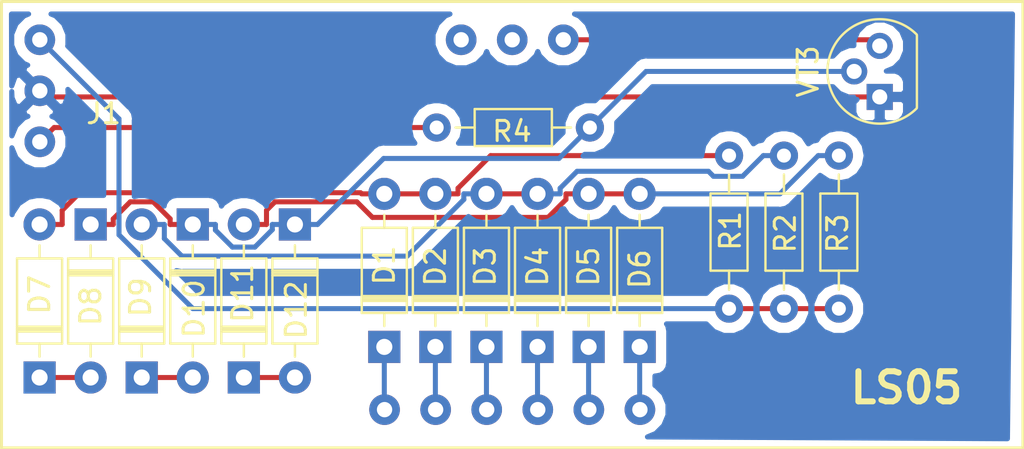
<source format=kicad_pcb>
(kicad_pcb (version 20171130) (host pcbnew "(5.0.0)")

  (general
    (thickness 1.6)
    (drawings 1)
    (tracks 87)
    (zones 0)
    (modules 18)
    (nets 18)
  )

  (page A4)
  (layers
    (0 F.Cu signal)
    (31 B.Cu signal)
    (32 B.Adhes user)
    (33 F.Adhes user)
    (34 B.Paste user)
    (35 F.Paste user)
    (36 B.SilkS user)
    (37 F.SilkS user)
    (38 B.Mask user)
    (39 F.Mask user)
    (40 Dwgs.User user)
    (41 Cmts.User user)
    (42 Eco1.User user)
    (43 Eco2.User user)
    (44 Edge.Cuts user)
    (45 Margin user)
    (46 B.CrtYd user)
    (47 F.CrtYd user)
    (48 B.Fab user)
    (49 F.Fab user)
  )

  (setup
    (last_trace_width 0.25)
    (trace_clearance 0.2)
    (zone_clearance 0.508)
    (zone_45_only no)
    (trace_min 0.2)
    (segment_width 0.2)
    (edge_width 0.1)
    (via_size 0.8)
    (via_drill 0.4)
    (via_min_size 0.4)
    (via_min_drill 0.3)
    (uvia_size 0.3)
    (uvia_drill 0.1)
    (uvias_allowed no)
    (uvia_min_size 0.2)
    (uvia_min_drill 0.1)
    (pcb_text_width 0.3)
    (pcb_text_size 1.5 1.5)
    (mod_edge_width 0.15)
    (mod_text_size 1 1)
    (mod_text_width 0.15)
    (pad_size 1.5 1.5)
    (pad_drill 0.6)
    (pad_to_mask_clearance 0)
    (aux_axis_origin 0 0)
    (visible_elements 7FFDFFFF)
    (pcbplotparams
      (layerselection 0x010fc_ffffffff)
      (usegerberextensions false)
      (usegerberattributes false)
      (usegerberadvancedattributes false)
      (creategerberjobfile false)
      (excludeedgelayer true)
      (linewidth 0.100000)
      (plotframeref false)
      (viasonmask false)
      (mode 1)
      (useauxorigin false)
      (hpglpennumber 1)
      (hpglpenspeed 20)
      (hpglpendiameter 15.000000)
      (psnegative false)
      (psa4output false)
      (plotreference true)
      (plotvalue true)
      (plotinvisibletext false)
      (padsonsilk false)
      (subtractmaskfromsilk false)
      (outputformat 1)
      (mirror false)
      (drillshape 0)
      (scaleselection 1)
      (outputdirectory "Gerber/"))
  )

  (net 0 "")
  (net 1 "Net-(D1-Pad2)")
  (net 2 1)
  (net 3 2)
  (net 4 "Net-(D3-Pad2)")
  (net 5 3)
  (net 6 4)
  (net 7 "Net-(D11-Pad2)")
  (net 8 5)
  (net 9 6)
  (net 10 "Net-(D7-Pad1)")
  (net 11 "Net-(D10-Pad2)")
  (net 12 "Net-(D10-Pad1)")
  (net 13 "Net-(D11-Pad1)")
  (net 14 +6v)
  (net 15 0v)
  (net 16 -6v)
  (net 17 13)

  (net_class Default "This is the default net class."
    (clearance 0.2)
    (trace_width 0.25)
    (via_dia 0.8)
    (via_drill 0.4)
    (uvia_dia 0.3)
    (uvia_drill 0.1)
    (add_net +6v)
    (add_net -6v)
    (add_net 0v)
    (add_net 1)
    (add_net 13)
    (add_net 2)
    (add_net 3)
    (add_net 4)
    (add_net 5)
    (add_net 6)
    (add_net "Net-(D1-Pad2)")
    (add_net "Net-(D10-Pad1)")
    (add_net "Net-(D10-Pad2)")
    (add_net "Net-(D11-Pad1)")
    (add_net "Net-(D11-Pad2)")
    (add_net "Net-(D3-Pad2)")
    (add_net "Net-(D7-Pad1)")
  )

  (module ELLIOTT:D_DO-35_SOD27_P7.62mm_Horizontal (layer F.Cu) (tedit 5B9AA396) (tstamp 5C40AE41)
    (at 156.464 91.1225 90)
    (descr "Diode, DO-35_SOD27 series, Axial, Horizontal, pin pitch=7.62mm, , length*diameter=4*2mm^2, , http://www.diodes.com/_files/packages/DO-35.pdf")
    (tags "Diode DO-35_SOD27 series Axial Horizontal pin pitch 7.62mm  length 4mm diameter 2mm")
    (path /5B96A028)
    (fp_text reference D1 (at 4.064 0 90) (layer F.SilkS)
      (effects (font (size 1 1) (thickness 0.15)))
    )
    (fp_text value 1N4148 (at 3.81 2.12 90) (layer F.Fab)
      (effects (font (size 1 1) (thickness 0.15)))
    )
    (fp_line (start 8.67 -1.25) (end -1.05 -1.25) (layer F.CrtYd) (width 0.05))
    (fp_line (start 8.67 1.25) (end 8.67 -1.25) (layer F.CrtYd) (width 0.05))
    (fp_line (start -1.05 1.25) (end 8.67 1.25) (layer F.CrtYd) (width 0.05))
    (fp_line (start -1.05 -1.25) (end -1.05 1.25) (layer F.CrtYd) (width 0.05))
    (fp_line (start 2.29 -1.12) (end 2.29 1.12) (layer F.SilkS) (width 0.12))
    (fp_line (start 2.53 -1.12) (end 2.53 1.12) (layer F.SilkS) (width 0.12))
    (fp_line (start 2.41 -1.12) (end 2.41 1.12) (layer F.SilkS) (width 0.12))
    (fp_line (start 6.58 0) (end 5.93 0) (layer F.SilkS) (width 0.12))
    (fp_line (start 1.04 0) (end 1.69 0) (layer F.SilkS) (width 0.12))
    (fp_line (start 5.93 -1.12) (end 1.69 -1.12) (layer F.SilkS) (width 0.12))
    (fp_line (start 5.93 1.12) (end 5.93 -1.12) (layer F.SilkS) (width 0.12))
    (fp_line (start 1.69 1.12) (end 5.93 1.12) (layer F.SilkS) (width 0.12))
    (fp_line (start 1.69 -1.12) (end 1.69 1.12) (layer F.SilkS) (width 0.12))
    (fp_line (start 2.31 -1) (end 2.31 1) (layer F.Fab) (width 0.1))
    (fp_line (start 2.51 -1) (end 2.51 1) (layer F.Fab) (width 0.1))
    (fp_line (start 2.41 -1) (end 2.41 1) (layer F.Fab) (width 0.1))
    (pad 2 thru_hole oval (at 7.62 0 90) (size 1.6 1.6) (drill 0.8) (layers *.Cu *.Mask)
      (net 1 "Net-(D1-Pad2)"))
    (pad 1 thru_hole rect (at 0 0 90) (size 1.6 1.6) (drill 0.8) (layers *.Cu *.Mask)
      (net 2 1))
    (model ${KISYS3DMOD}/Diode_THT.3dshapes/D_DO-35_SOD27_P7.62mm_Horizontal.wrl
      (at (xyz 0 0 0))
      (scale (xyz 1 1 1))
      (rotate (xyz 0 0 0))
    )
  )

  (module ELLIOTT:D_DO-35_SOD27_P7.62mm_Horizontal (layer F.Cu) (tedit 5B9AA396) (tstamp 5C40AE57)
    (at 159.004 91.1225 90)
    (descr "Diode, DO-35_SOD27 series, Axial, Horizontal, pin pitch=7.62mm, , length*diameter=4*2mm^2, , http://www.diodes.com/_files/packages/DO-35.pdf")
    (tags "Diode DO-35_SOD27 series Axial Horizontal pin pitch 7.62mm  length 4mm diameter 2mm")
    (path /5B96A061)
    (fp_text reference D2 (at 4.0005 0 90) (layer F.SilkS)
      (effects (font (size 1 1) (thickness 0.15)))
    )
    (fp_text value 1N4148 (at 3.81 2.12 90) (layer F.Fab)
      (effects (font (size 1 1) (thickness 0.15)))
    )
    (fp_line (start 2.41 -1) (end 2.41 1) (layer F.Fab) (width 0.1))
    (fp_line (start 2.51 -1) (end 2.51 1) (layer F.Fab) (width 0.1))
    (fp_line (start 2.31 -1) (end 2.31 1) (layer F.Fab) (width 0.1))
    (fp_line (start 1.69 -1.12) (end 1.69 1.12) (layer F.SilkS) (width 0.12))
    (fp_line (start 1.69 1.12) (end 5.93 1.12) (layer F.SilkS) (width 0.12))
    (fp_line (start 5.93 1.12) (end 5.93 -1.12) (layer F.SilkS) (width 0.12))
    (fp_line (start 5.93 -1.12) (end 1.69 -1.12) (layer F.SilkS) (width 0.12))
    (fp_line (start 1.04 0) (end 1.69 0) (layer F.SilkS) (width 0.12))
    (fp_line (start 6.58 0) (end 5.93 0) (layer F.SilkS) (width 0.12))
    (fp_line (start 2.41 -1.12) (end 2.41 1.12) (layer F.SilkS) (width 0.12))
    (fp_line (start 2.53 -1.12) (end 2.53 1.12) (layer F.SilkS) (width 0.12))
    (fp_line (start 2.29 -1.12) (end 2.29 1.12) (layer F.SilkS) (width 0.12))
    (fp_line (start -1.05 -1.25) (end -1.05 1.25) (layer F.CrtYd) (width 0.05))
    (fp_line (start -1.05 1.25) (end 8.67 1.25) (layer F.CrtYd) (width 0.05))
    (fp_line (start 8.67 1.25) (end 8.67 -1.25) (layer F.CrtYd) (width 0.05))
    (fp_line (start 8.67 -1.25) (end -1.05 -1.25) (layer F.CrtYd) (width 0.05))
    (pad 1 thru_hole rect (at 0 0 90) (size 1.6 1.6) (drill 0.8) (layers *.Cu *.Mask)
      (net 3 2))
    (pad 2 thru_hole oval (at 7.62 0 90) (size 1.6 1.6) (drill 0.8) (layers *.Cu *.Mask)
      (net 1 "Net-(D1-Pad2)"))
    (model ${KISYS3DMOD}/Diode_THT.3dshapes/D_DO-35_SOD27_P7.62mm_Horizontal.wrl
      (at (xyz 0 0 0))
      (scale (xyz 1 1 1))
      (rotate (xyz 0 0 0))
    )
  )

  (module ELLIOTT:D_DO-35_SOD27_P7.62mm_Horizontal (layer F.Cu) (tedit 5B9AA396) (tstamp 5C40AE6D)
    (at 161.544 91.1225 90)
    (descr "Diode, DO-35_SOD27 series, Axial, Horizontal, pin pitch=7.62mm, , length*diameter=4*2mm^2, , http://www.diodes.com/_files/packages/DO-35.pdf")
    (tags "Diode DO-35_SOD27 series Axial Horizontal pin pitch 7.62mm  length 4mm diameter 2mm")
    (path /5B96AD4B)
    (fp_text reference D3 (at 4.0005 -0.0635 90) (layer F.SilkS)
      (effects (font (size 1 1) (thickness 0.15)))
    )
    (fp_text value 1N4148 (at 3.81 2.12 90) (layer F.Fab)
      (effects (font (size 1 1) (thickness 0.15)))
    )
    (fp_line (start 8.67 -1.25) (end -1.05 -1.25) (layer F.CrtYd) (width 0.05))
    (fp_line (start 8.67 1.25) (end 8.67 -1.25) (layer F.CrtYd) (width 0.05))
    (fp_line (start -1.05 1.25) (end 8.67 1.25) (layer F.CrtYd) (width 0.05))
    (fp_line (start -1.05 -1.25) (end -1.05 1.25) (layer F.CrtYd) (width 0.05))
    (fp_line (start 2.29 -1.12) (end 2.29 1.12) (layer F.SilkS) (width 0.12))
    (fp_line (start 2.53 -1.12) (end 2.53 1.12) (layer F.SilkS) (width 0.12))
    (fp_line (start 2.41 -1.12) (end 2.41 1.12) (layer F.SilkS) (width 0.12))
    (fp_line (start 6.58 0) (end 5.93 0) (layer F.SilkS) (width 0.12))
    (fp_line (start 1.04 0) (end 1.69 0) (layer F.SilkS) (width 0.12))
    (fp_line (start 5.93 -1.12) (end 1.69 -1.12) (layer F.SilkS) (width 0.12))
    (fp_line (start 5.93 1.12) (end 5.93 -1.12) (layer F.SilkS) (width 0.12))
    (fp_line (start 1.69 1.12) (end 5.93 1.12) (layer F.SilkS) (width 0.12))
    (fp_line (start 1.69 -1.12) (end 1.69 1.12) (layer F.SilkS) (width 0.12))
    (fp_line (start 2.31 -1) (end 2.31 1) (layer F.Fab) (width 0.1))
    (fp_line (start 2.51 -1) (end 2.51 1) (layer F.Fab) (width 0.1))
    (fp_line (start 2.41 -1) (end 2.41 1) (layer F.Fab) (width 0.1))
    (pad 2 thru_hole oval (at 7.62 0 90) (size 1.6 1.6) (drill 0.8) (layers *.Cu *.Mask)
      (net 4 "Net-(D3-Pad2)"))
    (pad 1 thru_hole rect (at 0 0 90) (size 1.6 1.6) (drill 0.8) (layers *.Cu *.Mask)
      (net 5 3))
    (model ${KISYS3DMOD}/Diode_THT.3dshapes/D_DO-35_SOD27_P7.62mm_Horizontal.wrl
      (at (xyz 0 0 0))
      (scale (xyz 1 1 1))
      (rotate (xyz 0 0 0))
    )
  )

  (module ELLIOTT:D_DO-35_SOD27_P7.62mm_Horizontal (layer F.Cu) (tedit 5B9AA396) (tstamp 5C40B426)
    (at 164.084 91.1225 90)
    (descr "Diode, DO-35_SOD27 series, Axial, Horizontal, pin pitch=7.62mm, , length*diameter=4*2mm^2, , http://www.diodes.com/_files/packages/DO-35.pdf")
    (tags "Diode DO-35_SOD27 series Axial Horizontal pin pitch 7.62mm  length 4mm diameter 2mm")
    (path /5B96AD51)
    (fp_text reference D4 (at 4.0005 0 90) (layer F.SilkS)
      (effects (font (size 1 1) (thickness 0.15)))
    )
    (fp_text value 1N4148 (at 3.81 2.12 90) (layer F.Fab)
      (effects (font (size 1 1) (thickness 0.15)))
    )
    (fp_line (start 2.41 -1) (end 2.41 1) (layer F.Fab) (width 0.1))
    (fp_line (start 2.51 -1) (end 2.51 1) (layer F.Fab) (width 0.1))
    (fp_line (start 2.31 -1) (end 2.31 1) (layer F.Fab) (width 0.1))
    (fp_line (start 1.69 -1.12) (end 1.69 1.12) (layer F.SilkS) (width 0.12))
    (fp_line (start 1.69 1.12) (end 5.93 1.12) (layer F.SilkS) (width 0.12))
    (fp_line (start 5.93 1.12) (end 5.93 -1.12) (layer F.SilkS) (width 0.12))
    (fp_line (start 5.93 -1.12) (end 1.69 -1.12) (layer F.SilkS) (width 0.12))
    (fp_line (start 1.04 0) (end 1.69 0) (layer F.SilkS) (width 0.12))
    (fp_line (start 6.58 0) (end 5.93 0) (layer F.SilkS) (width 0.12))
    (fp_line (start 2.41 -1.12) (end 2.41 1.12) (layer F.SilkS) (width 0.12))
    (fp_line (start 2.53 -1.12) (end 2.53 1.12) (layer F.SilkS) (width 0.12))
    (fp_line (start 2.29 -1.12) (end 2.29 1.12) (layer F.SilkS) (width 0.12))
    (fp_line (start -1.05 -1.25) (end -1.05 1.25) (layer F.CrtYd) (width 0.05))
    (fp_line (start -1.05 1.25) (end 8.67 1.25) (layer F.CrtYd) (width 0.05))
    (fp_line (start 8.67 1.25) (end 8.67 -1.25) (layer F.CrtYd) (width 0.05))
    (fp_line (start 8.67 -1.25) (end -1.05 -1.25) (layer F.CrtYd) (width 0.05))
    (pad 1 thru_hole rect (at 0 0 90) (size 1.6 1.6) (drill 0.8) (layers *.Cu *.Mask)
      (net 6 4))
    (pad 2 thru_hole oval (at 7.62 0 90) (size 1.6 1.6) (drill 0.8) (layers *.Cu *.Mask)
      (net 4 "Net-(D3-Pad2)"))
    (model ${KISYS3DMOD}/Diode_THT.3dshapes/D_DO-35_SOD27_P7.62mm_Horizontal.wrl
      (at (xyz 0 0 0))
      (scale (xyz 1 1 1))
      (rotate (xyz 0 0 0))
    )
  )

  (module ELLIOTT:D_DO-35_SOD27_P7.62mm_Horizontal (layer F.Cu) (tedit 5B9AA396) (tstamp 5C40B4F8)
    (at 166.624 91.1225 90)
    (descr "Diode, DO-35_SOD27 series, Axial, Horizontal, pin pitch=7.62mm, , length*diameter=4*2mm^2, , http://www.diodes.com/_files/packages/DO-35.pdf")
    (tags "Diode DO-35_SOD27 series Axial Horizontal pin pitch 7.62mm  length 4mm diameter 2mm")
    (path /5B96B3C3)
    (fp_text reference D5 (at 4.0005 0 90) (layer F.SilkS)
      (effects (font (size 1 1) (thickness 0.15)))
    )
    (fp_text value 1N4148 (at 3.81 2.12 90) (layer F.Fab)
      (effects (font (size 1 1) (thickness 0.15)))
    )
    (fp_line (start 8.67 -1.25) (end -1.05 -1.25) (layer F.CrtYd) (width 0.05))
    (fp_line (start 8.67 1.25) (end 8.67 -1.25) (layer F.CrtYd) (width 0.05))
    (fp_line (start -1.05 1.25) (end 8.67 1.25) (layer F.CrtYd) (width 0.05))
    (fp_line (start -1.05 -1.25) (end -1.05 1.25) (layer F.CrtYd) (width 0.05))
    (fp_line (start 2.29 -1.12) (end 2.29 1.12) (layer F.SilkS) (width 0.12))
    (fp_line (start 2.53 -1.12) (end 2.53 1.12) (layer F.SilkS) (width 0.12))
    (fp_line (start 2.41 -1.12) (end 2.41 1.12) (layer F.SilkS) (width 0.12))
    (fp_line (start 6.58 0) (end 5.93 0) (layer F.SilkS) (width 0.12))
    (fp_line (start 1.04 0) (end 1.69 0) (layer F.SilkS) (width 0.12))
    (fp_line (start 5.93 -1.12) (end 1.69 -1.12) (layer F.SilkS) (width 0.12))
    (fp_line (start 5.93 1.12) (end 5.93 -1.12) (layer F.SilkS) (width 0.12))
    (fp_line (start 1.69 1.12) (end 5.93 1.12) (layer F.SilkS) (width 0.12))
    (fp_line (start 1.69 -1.12) (end 1.69 1.12) (layer F.SilkS) (width 0.12))
    (fp_line (start 2.31 -1) (end 2.31 1) (layer F.Fab) (width 0.1))
    (fp_line (start 2.51 -1) (end 2.51 1) (layer F.Fab) (width 0.1))
    (fp_line (start 2.41 -1) (end 2.41 1) (layer F.Fab) (width 0.1))
    (pad 2 thru_hole oval (at 7.62 0 90) (size 1.6 1.6) (drill 0.8) (layers *.Cu *.Mask)
      (net 7 "Net-(D11-Pad2)"))
    (pad 1 thru_hole rect (at 0 0 90) (size 1.6 1.6) (drill 0.8) (layers *.Cu *.Mask)
      (net 8 5))
    (model ${KISYS3DMOD}/Diode_THT.3dshapes/D_DO-35_SOD27_P7.62mm_Horizontal.wrl
      (at (xyz 0 0 0))
      (scale (xyz 1 1 1))
      (rotate (xyz 0 0 0))
    )
  )

  (module ELLIOTT:D_DO-35_SOD27_P7.62mm_Horizontal (layer F.Cu) (tedit 5B9AA396) (tstamp 5C40AEAF)
    (at 169.164 91.1225 90)
    (descr "Diode, DO-35_SOD27 series, Axial, Horizontal, pin pitch=7.62mm, , length*diameter=4*2mm^2, , http://www.diodes.com/_files/packages/DO-35.pdf")
    (tags "Diode DO-35_SOD27 series Axial Horizontal pin pitch 7.62mm  length 4mm diameter 2mm")
    (path /5B96B3C9)
    (fp_text reference D6 (at 3.8735 0 90) (layer F.SilkS)
      (effects (font (size 1 1) (thickness 0.15)))
    )
    (fp_text value 1N4148 (at 3.81 2.12 90) (layer F.Fab)
      (effects (font (size 1 1) (thickness 0.15)))
    )
    (fp_line (start 2.41 -1) (end 2.41 1) (layer F.Fab) (width 0.1))
    (fp_line (start 2.51 -1) (end 2.51 1) (layer F.Fab) (width 0.1))
    (fp_line (start 2.31 -1) (end 2.31 1) (layer F.Fab) (width 0.1))
    (fp_line (start 1.69 -1.12) (end 1.69 1.12) (layer F.SilkS) (width 0.12))
    (fp_line (start 1.69 1.12) (end 5.93 1.12) (layer F.SilkS) (width 0.12))
    (fp_line (start 5.93 1.12) (end 5.93 -1.12) (layer F.SilkS) (width 0.12))
    (fp_line (start 5.93 -1.12) (end 1.69 -1.12) (layer F.SilkS) (width 0.12))
    (fp_line (start 1.04 0) (end 1.69 0) (layer F.SilkS) (width 0.12))
    (fp_line (start 6.58 0) (end 5.93 0) (layer F.SilkS) (width 0.12))
    (fp_line (start 2.41 -1.12) (end 2.41 1.12) (layer F.SilkS) (width 0.12))
    (fp_line (start 2.53 -1.12) (end 2.53 1.12) (layer F.SilkS) (width 0.12))
    (fp_line (start 2.29 -1.12) (end 2.29 1.12) (layer F.SilkS) (width 0.12))
    (fp_line (start -1.05 -1.25) (end -1.05 1.25) (layer F.CrtYd) (width 0.05))
    (fp_line (start -1.05 1.25) (end 8.67 1.25) (layer F.CrtYd) (width 0.05))
    (fp_line (start 8.67 1.25) (end 8.67 -1.25) (layer F.CrtYd) (width 0.05))
    (fp_line (start 8.67 -1.25) (end -1.05 -1.25) (layer F.CrtYd) (width 0.05))
    (pad 1 thru_hole rect (at 0 0 90) (size 1.6 1.6) (drill 0.8) (layers *.Cu *.Mask)
      (net 9 6))
    (pad 2 thru_hole oval (at 7.62 0 90) (size 1.6 1.6) (drill 0.8) (layers *.Cu *.Mask)
      (net 7 "Net-(D11-Pad2)"))
    (model ${KISYS3DMOD}/Diode_THT.3dshapes/D_DO-35_SOD27_P7.62mm_Horizontal.wrl
      (at (xyz 0 0 0))
      (scale (xyz 1 1 1))
      (rotate (xyz 0 0 0))
    )
  )

  (module ELLIOTT:D_DO-35_SOD27_P7.62mm_Horizontal (layer F.Cu) (tedit 5B9AA396) (tstamp 5C40B162)
    (at 139.319 92.6465 90)
    (descr "Diode, DO-35_SOD27 series, Axial, Horizontal, pin pitch=7.62mm, , length*diameter=4*2mm^2, , http://www.diodes.com/_files/packages/DO-35.pdf")
    (tags "Diode DO-35_SOD27 series Axial Horizontal pin pitch 7.62mm  length 4mm diameter 2mm")
    (path /5B96A1C7)
    (fp_text reference D7 (at 4.1275 0 90) (layer F.SilkS)
      (effects (font (size 1 1) (thickness 0.15)))
    )
    (fp_text value 1N4148 (at 3.81 2.12 90) (layer F.Fab)
      (effects (font (size 1 1) (thickness 0.15)))
    )
    (fp_line (start 8.67 -1.25) (end -1.05 -1.25) (layer F.CrtYd) (width 0.05))
    (fp_line (start 8.67 1.25) (end 8.67 -1.25) (layer F.CrtYd) (width 0.05))
    (fp_line (start -1.05 1.25) (end 8.67 1.25) (layer F.CrtYd) (width 0.05))
    (fp_line (start -1.05 -1.25) (end -1.05 1.25) (layer F.CrtYd) (width 0.05))
    (fp_line (start 2.29 -1.12) (end 2.29 1.12) (layer F.SilkS) (width 0.12))
    (fp_line (start 2.53 -1.12) (end 2.53 1.12) (layer F.SilkS) (width 0.12))
    (fp_line (start 2.41 -1.12) (end 2.41 1.12) (layer F.SilkS) (width 0.12))
    (fp_line (start 6.58 0) (end 5.93 0) (layer F.SilkS) (width 0.12))
    (fp_line (start 1.04 0) (end 1.69 0) (layer F.SilkS) (width 0.12))
    (fp_line (start 5.93 -1.12) (end 1.69 -1.12) (layer F.SilkS) (width 0.12))
    (fp_line (start 5.93 1.12) (end 5.93 -1.12) (layer F.SilkS) (width 0.12))
    (fp_line (start 1.69 1.12) (end 5.93 1.12) (layer F.SilkS) (width 0.12))
    (fp_line (start 1.69 -1.12) (end 1.69 1.12) (layer F.SilkS) (width 0.12))
    (fp_line (start 2.31 -1) (end 2.31 1) (layer F.Fab) (width 0.1))
    (fp_line (start 2.51 -1) (end 2.51 1) (layer F.Fab) (width 0.1))
    (fp_line (start 2.41 -1) (end 2.41 1) (layer F.Fab) (width 0.1))
    (pad 2 thru_hole oval (at 7.62 0 90) (size 1.6 1.6) (drill 0.8) (layers *.Cu *.Mask)
      (net 1 "Net-(D1-Pad2)"))
    (pad 1 thru_hole rect (at 0 0 90) (size 1.6 1.6) (drill 0.8) (layers *.Cu *.Mask)
      (net 10 "Net-(D7-Pad1)"))
    (model ${KISYS3DMOD}/Diode_THT.3dshapes/D_DO-35_SOD27_P7.62mm_Horizontal.wrl
      (at (xyz 0 0 0))
      (scale (xyz 1 1 1))
      (rotate (xyz 0 0 0))
    )
  )

  (module ELLIOTT:D_DO-35_SOD27_P7.62mm_Horizontal (layer F.Cu) (tedit 5B9AA396) (tstamp 5C40AEDB)
    (at 141.859 85.0265 270)
    (descr "Diode, DO-35_SOD27 series, Axial, Horizontal, pin pitch=7.62mm, , length*diameter=4*2mm^2, , http://www.diodes.com/_files/packages/DO-35.pdf")
    (tags "Diode DO-35_SOD27 series Axial Horizontal pin pitch 7.62mm  length 4mm diameter 2mm")
    (path /5B96A1FD)
    (fp_text reference D8 (at 4.064 0 270) (layer F.SilkS)
      (effects (font (size 1 1) (thickness 0.15)))
    )
    (fp_text value 1N4148 (at 3.81 2.12 270) (layer F.Fab)
      (effects (font (size 1 1) (thickness 0.15)))
    )
    (fp_line (start 2.41 -1) (end 2.41 1) (layer F.Fab) (width 0.1))
    (fp_line (start 2.51 -1) (end 2.51 1) (layer F.Fab) (width 0.1))
    (fp_line (start 2.31 -1) (end 2.31 1) (layer F.Fab) (width 0.1))
    (fp_line (start 1.69 -1.12) (end 1.69 1.12) (layer F.SilkS) (width 0.12))
    (fp_line (start 1.69 1.12) (end 5.93 1.12) (layer F.SilkS) (width 0.12))
    (fp_line (start 5.93 1.12) (end 5.93 -1.12) (layer F.SilkS) (width 0.12))
    (fp_line (start 5.93 -1.12) (end 1.69 -1.12) (layer F.SilkS) (width 0.12))
    (fp_line (start 1.04 0) (end 1.69 0) (layer F.SilkS) (width 0.12))
    (fp_line (start 6.58 0) (end 5.93 0) (layer F.SilkS) (width 0.12))
    (fp_line (start 2.41 -1.12) (end 2.41 1.12) (layer F.SilkS) (width 0.12))
    (fp_line (start 2.53 -1.12) (end 2.53 1.12) (layer F.SilkS) (width 0.12))
    (fp_line (start 2.29 -1.12) (end 2.29 1.12) (layer F.SilkS) (width 0.12))
    (fp_line (start -1.05 -1.25) (end -1.05 1.25) (layer F.CrtYd) (width 0.05))
    (fp_line (start -1.05 1.25) (end 8.67 1.25) (layer F.CrtYd) (width 0.05))
    (fp_line (start 8.67 1.25) (end 8.67 -1.25) (layer F.CrtYd) (width 0.05))
    (fp_line (start 8.67 -1.25) (end -1.05 -1.25) (layer F.CrtYd) (width 0.05))
    (pad 1 thru_hole rect (at 0 0 270) (size 1.6 1.6) (drill 0.8) (layers *.Cu *.Mask)
      (net 12 "Net-(D10-Pad1)"))
    (pad 2 thru_hole oval (at 7.62 0 270) (size 1.6 1.6) (drill 0.8) (layers *.Cu *.Mask)
      (net 10 "Net-(D7-Pad1)"))
    (model ${KISYS3DMOD}/Diode_THT.3dshapes/D_DO-35_SOD27_P7.62mm_Horizontal.wrl
      (at (xyz 0 0 0))
      (scale (xyz 1 1 1))
      (rotate (xyz 0 0 0))
    )
  )

  (module ELLIOTT:D_DO-35_SOD27_P7.62mm_Horizontal (layer F.Cu) (tedit 5B9AA396) (tstamp 5C40B890)
    (at 144.399 92.6465 90)
    (descr "Diode, DO-35_SOD27 series, Axial, Horizontal, pin pitch=7.62mm, , length*diameter=4*2mm^2, , http://www.diodes.com/_files/packages/DO-35.pdf")
    (tags "Diode DO-35_SOD27 series Axial Horizontal pin pitch 7.62mm  length 4mm diameter 2mm")
    (path /5B96AD63)
    (fp_text reference D9 (at 4.0005 -0.0635 90) (layer F.SilkS)
      (effects (font (size 1 1) (thickness 0.15)))
    )
    (fp_text value 1N4148 (at 3.81 2.12 90) (layer F.Fab)
      (effects (font (size 1 1) (thickness 0.15)))
    )
    (fp_line (start 8.67 -1.25) (end -1.05 -1.25) (layer F.CrtYd) (width 0.05))
    (fp_line (start 8.67 1.25) (end 8.67 -1.25) (layer F.CrtYd) (width 0.05))
    (fp_line (start -1.05 1.25) (end 8.67 1.25) (layer F.CrtYd) (width 0.05))
    (fp_line (start -1.05 -1.25) (end -1.05 1.25) (layer F.CrtYd) (width 0.05))
    (fp_line (start 2.29 -1.12) (end 2.29 1.12) (layer F.SilkS) (width 0.12))
    (fp_line (start 2.53 -1.12) (end 2.53 1.12) (layer F.SilkS) (width 0.12))
    (fp_line (start 2.41 -1.12) (end 2.41 1.12) (layer F.SilkS) (width 0.12))
    (fp_line (start 6.58 0) (end 5.93 0) (layer F.SilkS) (width 0.12))
    (fp_line (start 1.04 0) (end 1.69 0) (layer F.SilkS) (width 0.12))
    (fp_line (start 5.93 -1.12) (end 1.69 -1.12) (layer F.SilkS) (width 0.12))
    (fp_line (start 5.93 1.12) (end 5.93 -1.12) (layer F.SilkS) (width 0.12))
    (fp_line (start 1.69 1.12) (end 5.93 1.12) (layer F.SilkS) (width 0.12))
    (fp_line (start 1.69 -1.12) (end 1.69 1.12) (layer F.SilkS) (width 0.12))
    (fp_line (start 2.31 -1) (end 2.31 1) (layer F.Fab) (width 0.1))
    (fp_line (start 2.51 -1) (end 2.51 1) (layer F.Fab) (width 0.1))
    (fp_line (start 2.41 -1) (end 2.41 1) (layer F.Fab) (width 0.1))
    (pad 2 thru_hole oval (at 7.62 0 90) (size 1.6 1.6) (drill 0.8) (layers *.Cu *.Mask)
      (net 4 "Net-(D3-Pad2)"))
    (pad 1 thru_hole rect (at 0 0 90) (size 1.6 1.6) (drill 0.8) (layers *.Cu *.Mask)
      (net 11 "Net-(D10-Pad2)"))
    (model ${KISYS3DMOD}/Diode_THT.3dshapes/D_DO-35_SOD27_P7.62mm_Horizontal.wrl
      (at (xyz 0 0 0))
      (scale (xyz 1 1 1))
      (rotate (xyz 0 0 0))
    )
  )

  (module ELLIOTT:D_DO-35_SOD27_P7.62mm_Horizontal (layer F.Cu) (tedit 5B9AA396) (tstamp 5C40AF07)
    (at 146.939 85.0265 270)
    (descr "Diode, DO-35_SOD27 series, Axial, Horizontal, pin pitch=7.62mm, , length*diameter=4*2mm^2, , http://www.diodes.com/_files/packages/DO-35.pdf")
    (tags "Diode DO-35_SOD27 series Axial Horizontal pin pitch 7.62mm  length 4mm diameter 2mm")
    (path /5B96AD69)
    (fp_text reference D10 (at 4.191 -0.0635 270) (layer F.SilkS)
      (effects (font (size 1 1) (thickness 0.15)))
    )
    (fp_text value 1N4148 (at 3.81 2.12 270) (layer F.Fab)
      (effects (font (size 1 1) (thickness 0.15)))
    )
    (fp_line (start 2.41 -1) (end 2.41 1) (layer F.Fab) (width 0.1))
    (fp_line (start 2.51 -1) (end 2.51 1) (layer F.Fab) (width 0.1))
    (fp_line (start 2.31 -1) (end 2.31 1) (layer F.Fab) (width 0.1))
    (fp_line (start 1.69 -1.12) (end 1.69 1.12) (layer F.SilkS) (width 0.12))
    (fp_line (start 1.69 1.12) (end 5.93 1.12) (layer F.SilkS) (width 0.12))
    (fp_line (start 5.93 1.12) (end 5.93 -1.12) (layer F.SilkS) (width 0.12))
    (fp_line (start 5.93 -1.12) (end 1.69 -1.12) (layer F.SilkS) (width 0.12))
    (fp_line (start 1.04 0) (end 1.69 0) (layer F.SilkS) (width 0.12))
    (fp_line (start 6.58 0) (end 5.93 0) (layer F.SilkS) (width 0.12))
    (fp_line (start 2.41 -1.12) (end 2.41 1.12) (layer F.SilkS) (width 0.12))
    (fp_line (start 2.53 -1.12) (end 2.53 1.12) (layer F.SilkS) (width 0.12))
    (fp_line (start 2.29 -1.12) (end 2.29 1.12) (layer F.SilkS) (width 0.12))
    (fp_line (start -1.05 -1.25) (end -1.05 1.25) (layer F.CrtYd) (width 0.05))
    (fp_line (start -1.05 1.25) (end 8.67 1.25) (layer F.CrtYd) (width 0.05))
    (fp_line (start 8.67 1.25) (end 8.67 -1.25) (layer F.CrtYd) (width 0.05))
    (fp_line (start 8.67 -1.25) (end -1.05 -1.25) (layer F.CrtYd) (width 0.05))
    (pad 1 thru_hole rect (at 0 0 270) (size 1.6 1.6) (drill 0.8) (layers *.Cu *.Mask)
      (net 12 "Net-(D10-Pad1)"))
    (pad 2 thru_hole oval (at 7.62 0 270) (size 1.6 1.6) (drill 0.8) (layers *.Cu *.Mask)
      (net 11 "Net-(D10-Pad2)"))
    (model ${KISYS3DMOD}/Diode_THT.3dshapes/D_DO-35_SOD27_P7.62mm_Horizontal.wrl
      (at (xyz 0 0 0))
      (scale (xyz 1 1 1))
      (rotate (xyz 0 0 0))
    )
  )

  (module ELLIOTT:D_DO-35_SOD27_P7.62mm_Horizontal (layer F.Cu) (tedit 5B9AA396) (tstamp 5C40AF1D)
    (at 149.479 92.6465 90)
    (descr "Diode, DO-35_SOD27 series, Axial, Horizontal, pin pitch=7.62mm, , length*diameter=4*2mm^2, , http://www.diodes.com/_files/packages/DO-35.pdf")
    (tags "Diode DO-35_SOD27 series Axial Horizontal pin pitch 7.62mm  length 4mm diameter 2mm")
    (path /5B96B3DB)
    (fp_text reference D11 (at 4.191 -0.0635 90) (layer F.SilkS)
      (effects (font (size 1 1) (thickness 0.15)))
    )
    (fp_text value 1N4148 (at 3.81 2.12 90) (layer F.Fab)
      (effects (font (size 1 1) (thickness 0.15)))
    )
    (fp_line (start 8.67 -1.25) (end -1.05 -1.25) (layer F.CrtYd) (width 0.05))
    (fp_line (start 8.67 1.25) (end 8.67 -1.25) (layer F.CrtYd) (width 0.05))
    (fp_line (start -1.05 1.25) (end 8.67 1.25) (layer F.CrtYd) (width 0.05))
    (fp_line (start -1.05 -1.25) (end -1.05 1.25) (layer F.CrtYd) (width 0.05))
    (fp_line (start 2.29 -1.12) (end 2.29 1.12) (layer F.SilkS) (width 0.12))
    (fp_line (start 2.53 -1.12) (end 2.53 1.12) (layer F.SilkS) (width 0.12))
    (fp_line (start 2.41 -1.12) (end 2.41 1.12) (layer F.SilkS) (width 0.12))
    (fp_line (start 6.58 0) (end 5.93 0) (layer F.SilkS) (width 0.12))
    (fp_line (start 1.04 0) (end 1.69 0) (layer F.SilkS) (width 0.12))
    (fp_line (start 5.93 -1.12) (end 1.69 -1.12) (layer F.SilkS) (width 0.12))
    (fp_line (start 5.93 1.12) (end 5.93 -1.12) (layer F.SilkS) (width 0.12))
    (fp_line (start 1.69 1.12) (end 5.93 1.12) (layer F.SilkS) (width 0.12))
    (fp_line (start 1.69 -1.12) (end 1.69 1.12) (layer F.SilkS) (width 0.12))
    (fp_line (start 2.31 -1) (end 2.31 1) (layer F.Fab) (width 0.1))
    (fp_line (start 2.51 -1) (end 2.51 1) (layer F.Fab) (width 0.1))
    (fp_line (start 2.41 -1) (end 2.41 1) (layer F.Fab) (width 0.1))
    (pad 2 thru_hole oval (at 7.62 0 90) (size 1.6 1.6) (drill 0.8) (layers *.Cu *.Mask)
      (net 7 "Net-(D11-Pad2)"))
    (pad 1 thru_hole rect (at 0 0 90) (size 1.6 1.6) (drill 0.8) (layers *.Cu *.Mask)
      (net 13 "Net-(D11-Pad1)"))
    (model ${KISYS3DMOD}/Diode_THT.3dshapes/D_DO-35_SOD27_P7.62mm_Horizontal.wrl
      (at (xyz 0 0 0))
      (scale (xyz 1 1 1))
      (rotate (xyz 0 0 0))
    )
  )

  (module ELLIOTT:D_DO-35_SOD27_P7.62mm_Horizontal (layer F.Cu) (tedit 5B9AA396) (tstamp 5C40AF33)
    (at 152.019 85.0265 270)
    (descr "Diode, DO-35_SOD27 series, Axial, Horizontal, pin pitch=7.62mm, , length*diameter=4*2mm^2, , http://www.diodes.com/_files/packages/DO-35.pdf")
    (tags "Diode DO-35_SOD27 series Axial Horizontal pin pitch 7.62mm  length 4mm diameter 2mm")
    (path /5B96B3E1)
    (fp_text reference D12 (at 4.2545 -0.0635 270) (layer F.SilkS)
      (effects (font (size 1 1) (thickness 0.15)))
    )
    (fp_text value 1N4148 (at 3.81 2.12 270) (layer F.Fab)
      (effects (font (size 1 1) (thickness 0.15)))
    )
    (fp_line (start 2.41 -1) (end 2.41 1) (layer F.Fab) (width 0.1))
    (fp_line (start 2.51 -1) (end 2.51 1) (layer F.Fab) (width 0.1))
    (fp_line (start 2.31 -1) (end 2.31 1) (layer F.Fab) (width 0.1))
    (fp_line (start 1.69 -1.12) (end 1.69 1.12) (layer F.SilkS) (width 0.12))
    (fp_line (start 1.69 1.12) (end 5.93 1.12) (layer F.SilkS) (width 0.12))
    (fp_line (start 5.93 1.12) (end 5.93 -1.12) (layer F.SilkS) (width 0.12))
    (fp_line (start 5.93 -1.12) (end 1.69 -1.12) (layer F.SilkS) (width 0.12))
    (fp_line (start 1.04 0) (end 1.69 0) (layer F.SilkS) (width 0.12))
    (fp_line (start 6.58 0) (end 5.93 0) (layer F.SilkS) (width 0.12))
    (fp_line (start 2.41 -1.12) (end 2.41 1.12) (layer F.SilkS) (width 0.12))
    (fp_line (start 2.53 -1.12) (end 2.53 1.12) (layer F.SilkS) (width 0.12))
    (fp_line (start 2.29 -1.12) (end 2.29 1.12) (layer F.SilkS) (width 0.12))
    (fp_line (start -1.05 -1.25) (end -1.05 1.25) (layer F.CrtYd) (width 0.05))
    (fp_line (start -1.05 1.25) (end 8.67 1.25) (layer F.CrtYd) (width 0.05))
    (fp_line (start 8.67 1.25) (end 8.67 -1.25) (layer F.CrtYd) (width 0.05))
    (fp_line (start 8.67 -1.25) (end -1.05 -1.25) (layer F.CrtYd) (width 0.05))
    (pad 1 thru_hole rect (at 0 0 270) (size 1.6 1.6) (drill 0.8) (layers *.Cu *.Mask)
      (net 12 "Net-(D10-Pad1)"))
    (pad 2 thru_hole oval (at 7.62 0 270) (size 1.6 1.6) (drill 0.8) (layers *.Cu *.Mask)
      (net 13 "Net-(D11-Pad1)"))
    (model ${KISYS3DMOD}/Diode_THT.3dshapes/D_DO-35_SOD27_P7.62mm_Horizontal.wrl
      (at (xyz 0 0 0))
      (scale (xyz 1 1 1))
      (rotate (xyz 0 0 0))
    )
  )

  (module ELLIOTT:LSA (layer F.Cu) (tedit 5C2F96A4) (tstamp 5C40AF47)
    (at 142.506 79.0055)
    (path /5C320323)
    (fp_text reference J1 (at 0 0.5) (layer F.SilkS)
      (effects (font (size 1 1) (thickness 0.15)))
    )
    (fp_text value LSAConnect (at 0 -0.5) (layer F.Fab)
      (effects (font (size 1 1) (thickness 0.15)))
    )
    (fp_line (start -5.08 -5.08) (end 45.72 -5.08) (layer F.SilkS) (width 0.15))
    (fp_line (start 45.72 -5.08) (end 45.72 17.145) (layer F.SilkS) (width 0.15))
    (fp_line (start 45.72 17.145) (end -5.08 17.145) (layer F.SilkS) (width 0.15))
    (fp_line (start -5.08 17.145) (end -5.08 -5.08) (layer F.SilkS) (width 0.15))
    (pad 21 thru_hole circle (at -3.175 -3.175) (size 1.524 1.524) (drill 0.762) (layers *.Cu *.Mask)
      (net 14 +6v))
    (pad 22 thru_hole circle (at -3.175 -0.635) (size 1.524 1.524) (drill 0.762) (layers *.Cu *.Mask)
      (net 15 0v))
    (pad 23 thru_hole circle (at -3.175 1.905) (size 1.524 1.524) (drill 0.762) (layers *.Cu *.Mask)
      (net 16 -6v))
    (pad 1 thru_hole circle (at 13.97 15.24) (size 1.524 1.524) (drill 0.762) (layers *.Cu *.Mask)
      (net 2 1))
    (pad 2 thru_hole circle (at 16.51 15.24) (size 1.524 1.524) (drill 0.762) (layers *.Cu *.Mask)
      (net 3 2))
    (pad 3 thru_hole circle (at 19.05 15.24) (size 1.524 1.524) (drill 0.762) (layers *.Cu *.Mask)
      (net 5 3))
    (pad 4 thru_hole circle (at 21.59 15.24) (size 1.524 1.524) (drill 0.762) (layers *.Cu *.Mask)
      (net 6 4))
    (pad 5 thru_hole circle (at 24.13 15.24) (size 1.524 1.524) (drill 0.762) (layers *.Cu *.Mask)
      (net 8 5))
    (pad 6 thru_hole circle (at 26.67 15.24) (size 1.524 1.524) (drill 0.762) (layers *.Cu *.Mask)
      (net 9 6))
    (pad 11 thru_hole circle (at 17.78 -3.175) (size 1.524 1.524) (drill 0.762) (layers *.Cu *.Mask))
    (pad 12 thru_hole circle (at 20.32 -3.175) (size 1.524 1.524) (drill 0.762) (layers *.Cu *.Mask))
    (pad 13 thru_hole circle (at 22.86 -3.175) (size 1.524 1.524) (drill 0.762) (layers *.Cu *.Mask)
      (net 17 13))
  )

  (module ELLIOTT:R_Axial_DIN0204_L3.6mm_D1.6mm_P7.62mm_Horizontal (layer F.Cu) (tedit 5B9AA3EA) (tstamp 5C40AF57)
    (at 173.609 89.2175 90)
    (descr "Resistor, Axial_DIN0204 series, Axial, Horizontal, pin pitch=7.62mm, 0.167W, length*diameter=3.6*1.6mm^2, http://cdn-reichelt.de/documents/datenblatt/B400/1_4W%23YAG.pdf")
    (tags "Resistor Axial_DIN0204 series Axial Horizontal pin pitch 7.62mm 0.167W length 3.6mm diameter 1.6mm")
    (path /5B96A14D)
    (fp_text reference R1 (at 3.8735 0.0635 90) (layer F.SilkS)
      (effects (font (size 1 1) (thickness 0.15)))
    )
    (fp_text value 2.2k (at 3.81 1.92 90) (layer F.Fab)
      (effects (font (size 1 1) (thickness 0.15)))
    )
    (fp_line (start 1.89 -0.92) (end 1.89 0.92) (layer F.SilkS) (width 0.12))
    (fp_line (start 1.89 0.92) (end 5.73 0.92) (layer F.SilkS) (width 0.12))
    (fp_line (start 5.73 0.92) (end 5.73 -0.92) (layer F.SilkS) (width 0.12))
    (fp_line (start 5.73 -0.92) (end 1.89 -0.92) (layer F.SilkS) (width 0.12))
    (fp_line (start 0.94 0) (end 1.89 0) (layer F.SilkS) (width 0.12))
    (fp_line (start 6.68 0) (end 5.73 0) (layer F.SilkS) (width 0.12))
    (fp_line (start -1.05 -1.25) (end -1.05 1.25) (layer F.CrtYd) (width 0.05))
    (fp_line (start -1.05 1.25) (end 8.67 1.25) (layer F.CrtYd) (width 0.05))
    (fp_line (start 8.67 1.25) (end 8.67 -1.25) (layer F.CrtYd) (width 0.05))
    (fp_line (start 8.67 -1.25) (end -1.05 -1.25) (layer F.CrtYd) (width 0.05))
    (pad 1 thru_hole circle (at 0 0 90) (size 1.4 1.4) (drill 0.7) (layers *.Cu *.Mask)
      (net 14 +6v))
    (pad 2 thru_hole oval (at 7.62 0 90) (size 1.4 1.4) (drill 0.7) (layers *.Cu *.Mask)
      (net 1 "Net-(D1-Pad2)"))
    (model ${KISYS3DMOD}/Resistor_THT.3dshapes/R_Axial_DIN0204_L3.6mm_D1.6mm_P7.62mm_Horizontal.wrl
      (at (xyz 0 0 0))
      (scale (xyz 1 1 1))
      (rotate (xyz 0 0 0))
    )
  )

  (module ELLIOTT:R_Axial_DIN0204_L3.6mm_D1.6mm_P7.62mm_Horizontal (layer F.Cu) (tedit 5B9AA3EA) (tstamp 5C40AF67)
    (at 176.34 89.2175 90)
    (descr "Resistor, Axial_DIN0204 series, Axial, Horizontal, pin pitch=7.62mm, 0.167W, length*diameter=3.6*1.6mm^2, http://cdn-reichelt.de/documents/datenblatt/B400/1_4W%23YAG.pdf")
    (tags "Resistor Axial_DIN0204 series Axial Horizontal pin pitch 7.62mm 0.167W length 3.6mm diameter 1.6mm")
    (path /5B96AD57)
    (fp_text reference R2 (at 3.7465 0.0635 90) (layer F.SilkS)
      (effects (font (size 1 1) (thickness 0.15)))
    )
    (fp_text value 2.2k (at 3.81 1.92 90) (layer F.Fab)
      (effects (font (size 1 1) (thickness 0.15)))
    )
    (fp_line (start 8.67 -1.25) (end -1.05 -1.25) (layer F.CrtYd) (width 0.05))
    (fp_line (start 8.67 1.25) (end 8.67 -1.25) (layer F.CrtYd) (width 0.05))
    (fp_line (start -1.05 1.25) (end 8.67 1.25) (layer F.CrtYd) (width 0.05))
    (fp_line (start -1.05 -1.25) (end -1.05 1.25) (layer F.CrtYd) (width 0.05))
    (fp_line (start 6.68 0) (end 5.73 0) (layer F.SilkS) (width 0.12))
    (fp_line (start 0.94 0) (end 1.89 0) (layer F.SilkS) (width 0.12))
    (fp_line (start 5.73 -0.92) (end 1.89 -0.92) (layer F.SilkS) (width 0.12))
    (fp_line (start 5.73 0.92) (end 5.73 -0.92) (layer F.SilkS) (width 0.12))
    (fp_line (start 1.89 0.92) (end 5.73 0.92) (layer F.SilkS) (width 0.12))
    (fp_line (start 1.89 -0.92) (end 1.89 0.92) (layer F.SilkS) (width 0.12))
    (pad 2 thru_hole oval (at 7.62 0 90) (size 1.4 1.4) (drill 0.7) (layers *.Cu *.Mask)
      (net 4 "Net-(D3-Pad2)"))
    (pad 1 thru_hole circle (at 0 0 90) (size 1.4 1.4) (drill 0.7) (layers *.Cu *.Mask)
      (net 14 +6v))
    (model ${KISYS3DMOD}/Resistor_THT.3dshapes/R_Axial_DIN0204_L3.6mm_D1.6mm_P7.62mm_Horizontal.wrl
      (at (xyz 0 0 0))
      (scale (xyz 1 1 1))
      (rotate (xyz 0 0 0))
    )
  )

  (module ELLIOTT:R_Axial_DIN0204_L3.6mm_D1.6mm_P7.62mm_Horizontal (layer F.Cu) (tedit 5B9AA3EA) (tstamp 5C40AF77)
    (at 179.07 89.2175 90)
    (descr "Resistor, Axial_DIN0204 series, Axial, Horizontal, pin pitch=7.62mm, 0.167W, length*diameter=3.6*1.6mm^2, http://cdn-reichelt.de/documents/datenblatt/B400/1_4W%23YAG.pdf")
    (tags "Resistor Axial_DIN0204 series Axial Horizontal pin pitch 7.62mm 0.167W length 3.6mm diameter 1.6mm")
    (path /5B96B3CF)
    (fp_text reference R3 (at 3.7465 -0.0635 90) (layer F.SilkS)
      (effects (font (size 1 1) (thickness 0.15)))
    )
    (fp_text value 2.2k (at 3.81 1.92 90) (layer F.Fab)
      (effects (font (size 1 1) (thickness 0.15)))
    )
    (fp_line (start 8.67 -1.25) (end -1.05 -1.25) (layer F.CrtYd) (width 0.05))
    (fp_line (start 8.67 1.25) (end 8.67 -1.25) (layer F.CrtYd) (width 0.05))
    (fp_line (start -1.05 1.25) (end 8.67 1.25) (layer F.CrtYd) (width 0.05))
    (fp_line (start -1.05 -1.25) (end -1.05 1.25) (layer F.CrtYd) (width 0.05))
    (fp_line (start 6.68 0) (end 5.73 0) (layer F.SilkS) (width 0.12))
    (fp_line (start 0.94 0) (end 1.89 0) (layer F.SilkS) (width 0.12))
    (fp_line (start 5.73 -0.92) (end 1.89 -0.92) (layer F.SilkS) (width 0.12))
    (fp_line (start 5.73 0.92) (end 5.73 -0.92) (layer F.SilkS) (width 0.12))
    (fp_line (start 1.89 0.92) (end 5.73 0.92) (layer F.SilkS) (width 0.12))
    (fp_line (start 1.89 -0.92) (end 1.89 0.92) (layer F.SilkS) (width 0.12))
    (pad 2 thru_hole oval (at 7.62 0 90) (size 1.4 1.4) (drill 0.7) (layers *.Cu *.Mask)
      (net 7 "Net-(D11-Pad2)"))
    (pad 1 thru_hole circle (at 0 0 90) (size 1.4 1.4) (drill 0.7) (layers *.Cu *.Mask)
      (net 14 +6v))
    (model ${KISYS3DMOD}/Resistor_THT.3dshapes/R_Axial_DIN0204_L3.6mm_D1.6mm_P7.62mm_Horizontal.wrl
      (at (xyz 0 0 0))
      (scale (xyz 1 1 1))
      (rotate (xyz 0 0 0))
    )
  )

  (module ELLIOTT:R_Axial_DIN0204_L3.6mm_D1.6mm_P7.62mm_Horizontal (layer F.Cu) (tedit 5B9AA3EA) (tstamp 5C40AF87)
    (at 166.688 80.2005 180)
    (descr "Resistor, Axial_DIN0204 series, Axial, Horizontal, pin pitch=7.62mm, 0.167W, length*diameter=3.6*1.6mm^2, http://cdn-reichelt.de/documents/datenblatt/B400/1_4W%23YAG.pdf")
    (tags "Resistor Axial_DIN0204 series Axial Horizontal pin pitch 7.62mm 0.167W length 3.6mm diameter 1.6mm")
    (path /5B96B3D5)
    (fp_text reference R4 (at 3.8735 -0.1905 180) (layer F.SilkS)
      (effects (font (size 1 1) (thickness 0.15)))
    )
    (fp_text value 22k (at 3.81 1.92 180) (layer F.Fab)
      (effects (font (size 1 1) (thickness 0.15)))
    )
    (fp_line (start 1.89 -0.92) (end 1.89 0.92) (layer F.SilkS) (width 0.12))
    (fp_line (start 1.89 0.92) (end 5.73 0.92) (layer F.SilkS) (width 0.12))
    (fp_line (start 5.73 0.92) (end 5.73 -0.92) (layer F.SilkS) (width 0.12))
    (fp_line (start 5.73 -0.92) (end 1.89 -0.92) (layer F.SilkS) (width 0.12))
    (fp_line (start 0.94 0) (end 1.89 0) (layer F.SilkS) (width 0.12))
    (fp_line (start 6.68 0) (end 5.73 0) (layer F.SilkS) (width 0.12))
    (fp_line (start -1.05 -1.25) (end -1.05 1.25) (layer F.CrtYd) (width 0.05))
    (fp_line (start -1.05 1.25) (end 8.67 1.25) (layer F.CrtYd) (width 0.05))
    (fp_line (start 8.67 1.25) (end 8.67 -1.25) (layer F.CrtYd) (width 0.05))
    (fp_line (start 8.67 -1.25) (end -1.05 -1.25) (layer F.CrtYd) (width 0.05))
    (pad 1 thru_hole circle (at 0 0 180) (size 1.4 1.4) (drill 0.7) (layers *.Cu *.Mask)
      (net 12 "Net-(D10-Pad1)"))
    (pad 2 thru_hole oval (at 7.62 0 180) (size 1.4 1.4) (drill 0.7) (layers *.Cu *.Mask)
      (net 16 -6v))
    (model ${KISYS3DMOD}/Resistor_THT.3dshapes/R_Axial_DIN0204_L3.6mm_D1.6mm_P7.62mm_Horizontal.wrl
      (at (xyz 0 0 0))
      (scale (xyz 1 1 1))
      (rotate (xyz 0 0 0))
    )
  )

  (module ELLIOTT:TO-92 (layer F.Cu) (tedit 5A279852) (tstamp 5C40AFDD)
    (at 181.102 78.6765 90)
    (descr "TO-92 leads molded, narrow, drill 0.75mm (see NXP sot054_po.pdf)")
    (tags "to-92 sc-43 sc-43a sot54 PA33 transistor")
    (path /5B96B3E7)
    (fp_text reference VT3 (at 1.27 -3.56 90) (layer F.SilkS)
      (effects (font (size 1 1) (thickness 0.15)))
    )
    (fp_text value BC547 (at 1.27 2.79 90) (layer F.Fab)
      (effects (font (size 1 1) (thickness 0.15)))
    )
    (fp_arc (start 1.27 0) (end 1.27 -2.6) (angle 135) (layer F.SilkS) (width 0.12))
    (fp_arc (start 1.27 0) (end 1.27 -2.48) (angle -135) (layer F.Fab) (width 0.1))
    (fp_arc (start 1.27 0) (end 1.27 -2.6) (angle -135) (layer F.SilkS) (width 0.12))
    (fp_arc (start 1.27 0) (end 1.27 -2.48) (angle 135) (layer F.Fab) (width 0.1))
    (fp_line (start 4 2.01) (end -1.46 2.01) (layer F.CrtYd) (width 0.05))
    (fp_line (start 4 2.01) (end 4 -2.73) (layer F.CrtYd) (width 0.05))
    (fp_line (start -1.46 -2.73) (end -1.46 2.01) (layer F.CrtYd) (width 0.05))
    (fp_line (start -1.46 -2.73) (end 4 -2.73) (layer F.CrtYd) (width 0.05))
    (fp_line (start -0.5 1.75) (end 3 1.75) (layer F.Fab) (width 0.1))
    (fp_line (start -0.53 1.85) (end 3.07 1.85) (layer F.SilkS) (width 0.12))
    (fp_text user %R (at 1.27 -3.56 90) (layer F.Fab)
      (effects (font (size 1 1) (thickness 0.15)))
    )
    (pad 1 thru_hole rect (at 0 0 180) (size 1.3 1.3) (drill 0.75) (layers *.Cu *.Mask)
      (net 15 0v))
    (pad 3 thru_hole circle (at 2.54 0 180) (size 1.3 1.3) (drill 0.75) (layers *.Cu *.Mask)
      (net 17 13))
    (pad 2 thru_hole circle (at 1.27 -1.27 180) (size 1.3 1.3) (drill 0.75) (layers *.Cu *.Mask)
      (net 12 "Net-(D10-Pad1)"))
    (model ${KISYS3DMOD}/Package_TO_SOT_THT.3dshapes/TO-92.wrl
      (at (xyz 0 0 0))
      (scale (xyz 1 1 1))
      (rotate (xyz 0 0 0))
    )
  )

  (gr_text LS05 (at 182.4355 93.1545) (layer F.SilkS)
    (effects (font (size 1.5 1.5) (thickness 0.3)))
  )

  (segment (start 159.004 83.5025) (end 160.1293 83.5025) (width 0.25) (layer F.Cu) (net 1))
  (segment (start 173.609 81.5975) (end 161.753 81.5975) (width 0.25) (layer F.Cu) (net 1))
  (segment (start 161.753 81.5975) (end 160.1293 83.2212) (width 0.25) (layer F.Cu) (net 1))
  (segment (start 160.1293 83.2212) (end 160.1293 83.5025) (width 0.25) (layer F.Cu) (net 1))
  (segment (start 140.4443 85.0265) (end 140.4443 84.3232) (width 0.25) (layer F.Cu) (net 1))
  (segment (start 140.4443 84.3232) (end 141.3213 83.4462) (width 0.25) (layer F.Cu) (net 1))
  (segment (start 141.3213 83.4462) (end 155.2824 83.4462) (width 0.25) (layer F.Cu) (net 1))
  (segment (start 155.2824 83.4462) (end 155.3387 83.5025) (width 0.25) (layer F.Cu) (net 1))
  (segment (start 156.464 83.5025) (end 155.3387 83.5025) (width 0.25) (layer F.Cu) (net 1))
  (segment (start 139.319 85.0265) (end 140.4443 85.0265) (width 0.25) (layer F.Cu) (net 1))
  (segment (start 159.004 83.5025) (end 156.464 83.5025) (width 0.25) (layer F.Cu) (net 1))
  (segment (start 156.476 94.2455) (end 156.464 94.2335) (width 0.25) (layer B.Cu) (net 2))
  (segment (start 156.464 94.2335) (end 156.464 91.1225) (width 0.25) (layer B.Cu) (net 2))
  (segment (start 159.016 94.2455) (end 159.004 94.2335) (width 0.25) (layer B.Cu) (net 3))
  (segment (start 159.004 94.2335) (end 159.004 91.1225) (width 0.25) (layer B.Cu) (net 3))
  (segment (start 145.5243 85.0265) (end 145.5243 85.7299) (width 0.25) (layer B.Cu) (net 4))
  (segment (start 145.5243 85.7299) (end 146.3965 86.6021) (width 0.25) (layer B.Cu) (net 4))
  (segment (start 146.3965 86.6021) (end 157.6004 86.6021) (width 0.25) (layer B.Cu) (net 4))
  (segment (start 157.6004 86.6021) (end 160.4187 83.7838) (width 0.25) (layer B.Cu) (net 4))
  (segment (start 160.4187 83.7838) (end 160.4187 83.5025) (width 0.25) (layer B.Cu) (net 4))
  (segment (start 144.399 85.0265) (end 145.5243 85.0265) (width 0.25) (layer B.Cu) (net 4))
  (segment (start 161.544 83.5025) (end 160.4187 83.5025) (width 0.25) (layer B.Cu) (net 4))
  (segment (start 164.084 83.5025) (end 161.544 83.5025) (width 0.25) (layer F.Cu) (net 4))
  (segment (start 164.084 83.5025) (end 165.2093 83.5025) (width 0.25) (layer B.Cu) (net 4))
  (segment (start 176.34 81.5975) (end 175.3147 81.5975) (width 0.25) (layer B.Cu) (net 4))
  (segment (start 175.3147 81.5975) (end 174.2839 82.6283) (width 0.25) (layer B.Cu) (net 4))
  (segment (start 174.2839 82.6283) (end 172.8348 82.6283) (width 0.25) (layer B.Cu) (net 4))
  (segment (start 172.8348 82.6283) (end 172.5837 82.3772) (width 0.25) (layer B.Cu) (net 4))
  (segment (start 172.5837 82.3772) (end 166.0532 82.3772) (width 0.25) (layer B.Cu) (net 4))
  (segment (start 166.0532 82.3772) (end 165.2093 83.2211) (width 0.25) (layer B.Cu) (net 4))
  (segment (start 165.2093 83.2211) (end 165.2093 83.5025) (width 0.25) (layer B.Cu) (net 4))
  (segment (start 161.556 94.2455) (end 161.544 94.2335) (width 0.25) (layer B.Cu) (net 5))
  (segment (start 161.544 94.2335) (end 161.544 91.1225) (width 0.25) (layer B.Cu) (net 5))
  (segment (start 164.096 94.2455) (end 164.084 94.2335) (width 0.25) (layer B.Cu) (net 6))
  (segment (start 164.084 94.2335) (end 164.084 91.1225) (width 0.25) (layer B.Cu) (net 6))
  (segment (start 179.07 81.5975) (end 178.0447 81.5975) (width 0.25) (layer B.Cu) (net 7))
  (segment (start 178.0447 81.5975) (end 176.1397 83.5025) (width 0.25) (layer B.Cu) (net 7))
  (segment (start 176.1397 83.5025) (end 169.164 83.5025) (width 0.25) (layer B.Cu) (net 7))
  (segment (start 166.624 83.5025) (end 165.4987 83.5025) (width 0.25) (layer F.Cu) (net 7))
  (segment (start 165.4987 83.5025) (end 165.4987 83.7838) (width 0.25) (layer F.Cu) (net 7))
  (segment (start 165.4987 83.7838) (end 164.6072 84.6753) (width 0.25) (layer F.Cu) (net 7))
  (segment (start 164.6072 84.6753) (end 155.8746 84.6753) (width 0.25) (layer F.Cu) (net 7))
  (segment (start 155.8746 84.6753) (end 155.1005 83.9012) (width 0.25) (layer F.Cu) (net 7))
  (segment (start 155.1005 83.9012) (end 151.0262 83.9012) (width 0.25) (layer F.Cu) (net 7))
  (segment (start 151.0262 83.9012) (end 150.6043 84.3231) (width 0.25) (layer F.Cu) (net 7))
  (segment (start 150.6043 84.3231) (end 150.6043 85.0265) (width 0.25) (layer F.Cu) (net 7))
  (segment (start 169.164 83.5025) (end 166.624 83.5025) (width 0.25) (layer F.Cu) (net 7))
  (segment (start 149.479 85.0265) (end 150.6043 85.0265) (width 0.25) (layer F.Cu) (net 7))
  (segment (start 166.636 94.2455) (end 166.624 94.2335) (width 0.25) (layer B.Cu) (net 8))
  (segment (start 166.624 94.2335) (end 166.624 91.1225) (width 0.25) (layer B.Cu) (net 8))
  (segment (start 169.176 94.2455) (end 169.164 94.2335) (width 0.25) (layer B.Cu) (net 9))
  (segment (start 169.164 94.2335) (end 169.164 91.1225) (width 0.25) (layer B.Cu) (net 9))
  (segment (start 141.859 92.6465) (end 139.319 92.6465) (width 0.25) (layer F.Cu) (net 10))
  (segment (start 146.939 92.6465) (end 144.399 92.6465) (width 0.25) (layer F.Cu) (net 11))
  (segment (start 152.019 85.0265) (end 153.1443 85.0265) (width 0.25) (layer B.Cu) (net 12))
  (segment (start 166.688 80.2005) (end 165.1482 81.7403) (width 0.25) (layer B.Cu) (net 12))
  (segment (start 165.1482 81.7403) (end 156.4305 81.7403) (width 0.25) (layer B.Cu) (net 12))
  (segment (start 156.4305 81.7403) (end 153.1443 85.0265) (width 0.25) (layer B.Cu) (net 12))
  (segment (start 179.832 77.4065) (end 169.482 77.4065) (width 0.25) (layer B.Cu) (net 12))
  (segment (start 169.482 77.4065) (end 166.688 80.2005) (width 0.25) (layer B.Cu) (net 12))
  (segment (start 141.859 85.0265) (end 142.9843 85.0265) (width 0.25) (layer F.Cu) (net 12))
  (segment (start 146.939 85.0265) (end 145.8137 85.0265) (width 0.25) (layer F.Cu) (net 12))
  (segment (start 145.8137 85.0265) (end 145.8137 84.7452) (width 0.25) (layer F.Cu) (net 12))
  (segment (start 145.8137 84.7452) (end 144.9697 83.9012) (width 0.25) (layer F.Cu) (net 12))
  (segment (start 144.9697 83.9012) (end 143.8282 83.9012) (width 0.25) (layer F.Cu) (net 12))
  (segment (start 143.8282 83.9012) (end 142.9843 84.7451) (width 0.25) (layer F.Cu) (net 12))
  (segment (start 142.9843 84.7451) (end 142.9843 85.0265) (width 0.25) (layer F.Cu) (net 12))
  (segment (start 146.939 85.0265) (end 148.0643 85.0265) (width 0.25) (layer B.Cu) (net 12))
  (segment (start 152.019 85.0265) (end 150.8937 85.0265) (width 0.25) (layer B.Cu) (net 12))
  (segment (start 150.8937 85.0265) (end 150.8937 85.2867) (width 0.25) (layer B.Cu) (net 12))
  (segment (start 150.8937 85.2867) (end 150.0286 86.1518) (width 0.25) (layer B.Cu) (net 12))
  (segment (start 150.0286 86.1518) (end 148.9082 86.1518) (width 0.25) (layer B.Cu) (net 12))
  (segment (start 148.9082 86.1518) (end 148.0643 85.3079) (width 0.25) (layer B.Cu) (net 12))
  (segment (start 148.0643 85.3079) (end 148.0643 85.0265) (width 0.25) (layer B.Cu) (net 12))
  (segment (start 152.019 92.6465) (end 149.479 92.6465) (width 0.25) (layer F.Cu) (net 13))
  (segment (start 173.609 89.2175) (end 146.9445 89.2175) (width 0.25) (layer B.Cu) (net 14))
  (segment (start 146.9445 89.2175) (end 143.2693 85.5423) (width 0.25) (layer B.Cu) (net 14))
  (segment (start 143.2693 85.5423) (end 143.2693 79.7688) (width 0.25) (layer B.Cu) (net 14))
  (segment (start 143.2693 79.7688) (end 139.331 75.8305) (width 0.25) (layer B.Cu) (net 14))
  (segment (start 176.34 89.2175) (end 173.609 89.2175) (width 0.25) (layer F.Cu) (net 14))
  (segment (start 179.07 89.2175) (end 176.34 89.2175) (width 0.25) (layer F.Cu) (net 14))
  (segment (start 181.102 78.6765) (end 139.637 78.6765) (width 0.25) (layer F.Cu) (net 15))
  (segment (start 139.637 78.6765) (end 139.331 78.3705) (width 0.25) (layer F.Cu) (net 15))
  (segment (start 159.068 80.2005) (end 140.041 80.2005) (width 0.25) (layer F.Cu) (net 16))
  (segment (start 140.041 80.2005) (end 139.331 80.9105) (width 0.25) (layer F.Cu) (net 16))
  (segment (start 181.102 76.1365) (end 180.796 75.8305) (width 0.25) (layer F.Cu) (net 17))
  (segment (start 180.796 75.8305) (end 165.366 75.8305) (width 0.25) (layer F.Cu) (net 17))

  (zone (net 15) (net_name 0v) (layer B.Cu) (tstamp 0) (hatch edge 0.508)
    (connect_pads (clearance 0.508))
    (min_thickness 0.254)
    (fill yes (arc_segments 16) (thermal_gap 0.508) (thermal_bridge_width 0.508))
    (polygon
      (pts
        (xy 137.795 74.422) (xy 187.833 74.422) (xy 187.579 95.8215) (xy 137.8585 95.5675)
      )
    )
    (filled_polygon
      (pts
        (xy 159.494663 74.64618) (xy 159.10168 75.039163) (xy 158.889 75.552619) (xy 158.889 76.108381) (xy 159.10168 76.621837)
        (xy 159.494663 77.01482) (xy 160.008119 77.2275) (xy 160.563881 77.2275) (xy 161.077337 77.01482) (xy 161.47032 76.621837)
        (xy 161.556 76.414987) (xy 161.64168 76.621837) (xy 162.034663 77.01482) (xy 162.548119 77.2275) (xy 163.103881 77.2275)
        (xy 163.617337 77.01482) (xy 164.01032 76.621837) (xy 164.096 76.414987) (xy 164.18168 76.621837) (xy 164.574663 77.01482)
        (xy 165.088119 77.2275) (xy 165.643881 77.2275) (xy 166.157337 77.01482) (xy 166.55032 76.621837) (xy 166.763 76.108381)
        (xy 166.763 75.552619) (xy 166.55032 75.039163) (xy 166.157337 74.64618) (xy 165.922723 74.549) (xy 187.704484 74.549)
        (xy 187.453506 95.693858) (xy 169.55069 95.6024) (xy 169.967337 95.42982) (xy 170.36032 95.036837) (xy 170.573 94.523381)
        (xy 170.573 93.967619) (xy 170.36032 93.454163) (xy 169.967337 93.06118) (xy 169.924 93.043229) (xy 169.924 92.56994)
        (xy 169.964 92.56994) (xy 170.211765 92.520657) (xy 170.421809 92.380309) (xy 170.562157 92.170265) (xy 170.61144 91.9225)
        (xy 170.61144 90.3225) (xy 170.562157 90.074735) (xy 170.497186 89.9775) (xy 172.481025 89.9775) (xy 172.852783 90.349258)
        (xy 173.343452 90.5525) (xy 173.874548 90.5525) (xy 174.365217 90.349258) (xy 174.740758 89.973717) (xy 174.944 89.483048)
        (xy 174.944 88.951952) (xy 175.005 88.951952) (xy 175.005 89.483048) (xy 175.208242 89.973717) (xy 175.583783 90.349258)
        (xy 176.074452 90.5525) (xy 176.605548 90.5525) (xy 177.096217 90.349258) (xy 177.471758 89.973717) (xy 177.675 89.483048)
        (xy 177.675 88.951952) (xy 177.735 88.951952) (xy 177.735 89.483048) (xy 177.938242 89.973717) (xy 178.313783 90.349258)
        (xy 178.804452 90.5525) (xy 179.335548 90.5525) (xy 179.826217 90.349258) (xy 180.201758 89.973717) (xy 180.405 89.483048)
        (xy 180.405 88.951952) (xy 180.201758 88.461283) (xy 179.826217 88.085742) (xy 179.335548 87.8825) (xy 178.804452 87.8825)
        (xy 178.313783 88.085742) (xy 177.938242 88.461283) (xy 177.735 88.951952) (xy 177.675 88.951952) (xy 177.471758 88.461283)
        (xy 177.096217 88.085742) (xy 176.605548 87.8825) (xy 176.074452 87.8825) (xy 175.583783 88.085742) (xy 175.208242 88.461283)
        (xy 175.005 88.951952) (xy 174.944 88.951952) (xy 174.740758 88.461283) (xy 174.365217 88.085742) (xy 173.874548 87.8825)
        (xy 173.343452 87.8825) (xy 172.852783 88.085742) (xy 172.481025 88.4575) (xy 147.259302 88.4575) (xy 146.124733 87.322931)
        (xy 146.321648 87.3621) (xy 146.321652 87.3621) (xy 146.396499 87.376988) (xy 146.471346 87.3621) (xy 157.525553 87.3621)
        (xy 157.6004 87.376988) (xy 157.675247 87.3621) (xy 157.675252 87.3621) (xy 157.896937 87.318004) (xy 158.148329 87.150029)
        (xy 158.190731 87.08657) (xy 160.647779 84.629523) (xy 160.984091 84.85424) (xy 161.402667 84.9375) (xy 161.685333 84.9375)
        (xy 162.103909 84.85424) (xy 162.578577 84.537077) (xy 162.814 84.184742) (xy 163.049423 84.537077) (xy 163.524091 84.85424)
        (xy 163.942667 84.9375) (xy 164.225333 84.9375) (xy 164.643909 84.85424) (xy 165.118577 84.537077) (xy 165.304786 84.258396)
        (xy 165.338895 84.251611) (xy 165.391667 84.241114) (xy 165.589423 84.537077) (xy 166.064091 84.85424) (xy 166.482667 84.9375)
        (xy 166.765333 84.9375) (xy 167.183909 84.85424) (xy 167.658577 84.537077) (xy 167.894 84.184742) (xy 168.129423 84.537077)
        (xy 168.604091 84.85424) (xy 169.022667 84.9375) (xy 169.305333 84.9375) (xy 169.723909 84.85424) (xy 170.198577 84.537077)
        (xy 170.382043 84.2625) (xy 176.064853 84.2625) (xy 176.1397 84.277388) (xy 176.214547 84.2625) (xy 176.214552 84.2625)
        (xy 176.436237 84.218404) (xy 176.687629 84.050429) (xy 176.730031 83.98697) (xy 178.137193 82.579809) (xy 178.549109 82.855042)
        (xy 178.938515 82.9325) (xy 179.201485 82.9325) (xy 179.590891 82.855042) (xy 180.032481 82.559981) (xy 180.327542 82.118391)
        (xy 180.431154 81.5975) (xy 180.327542 81.076609) (xy 180.032481 80.635019) (xy 179.590891 80.339958) (xy 179.201485 80.2625)
        (xy 178.938515 80.2625) (xy 178.549109 80.339958) (xy 178.107519 80.635019) (xy 177.972589 80.836955) (xy 177.969852 80.8375)
        (xy 177.969848 80.8375) (xy 177.796305 80.87202) (xy 177.748162 80.881596) (xy 177.600442 80.9803) (xy 177.553948 81.011366)
        (xy 177.302481 80.635019) (xy 176.860891 80.339958) (xy 176.471485 80.2625) (xy 176.208515 80.2625) (xy 175.819109 80.339958)
        (xy 175.377519 80.635019) (xy 175.242589 80.836956) (xy 175.239852 80.8375) (xy 175.239848 80.8375) (xy 175.018163 80.881596)
        (xy 175.018161 80.881597) (xy 175.018162 80.881597) (xy 174.830226 81.007171) (xy 174.830224 81.007173) (xy 174.823257 81.011828)
        (xy 174.571481 80.635019) (xy 174.129891 80.339958) (xy 173.740485 80.2625) (xy 173.477515 80.2625) (xy 173.088109 80.339958)
        (xy 172.646519 80.635019) (xy 172.351458 81.076609) (xy 172.247846 81.5975) (xy 172.251765 81.6172) (xy 166.346101 81.6172)
        (xy 166.427801 81.5355) (xy 166.953548 81.5355) (xy 167.444217 81.332258) (xy 167.819758 80.956717) (xy 168.023 80.466048)
        (xy 168.023 79.940301) (xy 169.796802 78.1665) (xy 178.774735 78.1665) (xy 179.104106 78.495871) (xy 179.576398 78.6915)
        (xy 179.817 78.6915) (xy 179.817 78.803502) (xy 179.975748 78.803502) (xy 179.817 78.96225) (xy 179.817 79.45281)
        (xy 179.913673 79.686199) (xy 180.092302 79.864827) (xy 180.325691 79.9615) (xy 180.81625 79.9615) (xy 180.975 79.80275)
        (xy 180.975 78.8035) (xy 181.229 78.8035) (xy 181.229 79.80275) (xy 181.38775 79.9615) (xy 181.878309 79.9615)
        (xy 182.111698 79.864827) (xy 182.290327 79.686199) (xy 182.387 79.45281) (xy 182.387 78.96225) (xy 182.22825 78.8035)
        (xy 181.229 78.8035) (xy 180.975 78.8035) (xy 180.955 78.8035) (xy 180.955 78.5495) (xy 180.975 78.5495)
        (xy 180.975 78.5295) (xy 181.229 78.5295) (xy 181.229 78.5495) (xy 182.22825 78.5495) (xy 182.387 78.39075)
        (xy 182.387 77.90019) (xy 182.290327 77.666801) (xy 182.111698 77.488173) (xy 181.878309 77.3915) (xy 181.430029 77.3915)
        (xy 181.829894 77.225871) (xy 182.191371 76.864394) (xy 182.387 76.392102) (xy 182.387 75.880898) (xy 182.191371 75.408606)
        (xy 181.829894 75.047129) (xy 181.357602 74.8515) (xy 180.846398 74.8515) (xy 180.374106 75.047129) (xy 180.012629 75.408606)
        (xy 179.817 75.880898) (xy 179.817 76.1215) (xy 179.576398 76.1215) (xy 179.104106 76.317129) (xy 178.774735 76.6465)
        (xy 169.556848 76.6465) (xy 169.482 76.631612) (xy 169.407152 76.6465) (xy 169.407148 76.6465) (xy 169.245741 76.678606)
        (xy 169.185462 76.690596) (xy 168.998418 76.815576) (xy 168.934071 76.858571) (xy 168.891671 76.922027) (xy 166.948199 78.8655)
        (xy 166.422452 78.8655) (xy 165.931783 79.068742) (xy 165.556242 79.444283) (xy 165.353 79.934952) (xy 165.353 80.460699)
        (xy 164.833399 80.9803) (xy 160.152545 80.9803) (xy 160.325542 80.721391) (xy 160.429154 80.2005) (xy 160.325542 79.679609)
        (xy 160.030481 79.238019) (xy 159.588891 78.942958) (xy 159.199485 78.8655) (xy 158.936515 78.8655) (xy 158.547109 78.942958)
        (xy 158.105519 79.238019) (xy 157.810458 79.679609) (xy 157.706846 80.2005) (xy 157.810458 80.721391) (xy 157.983455 80.9803)
        (xy 156.505348 80.9803) (xy 156.4305 80.965412) (xy 156.355652 80.9803) (xy 156.355648 80.9803) (xy 156.133963 81.024396)
        (xy 155.882571 81.192371) (xy 155.840171 81.255827) (xy 153.297036 83.798963) (xy 153.276809 83.768691) (xy 153.066765 83.628343)
        (xy 152.819 83.57906) (xy 151.219 83.57906) (xy 150.971235 83.628343) (xy 150.761191 83.768691) (xy 150.620843 83.978735)
        (xy 150.594215 84.112606) (xy 150.513577 83.991923) (xy 150.038909 83.67476) (xy 149.620333 83.5915) (xy 149.337667 83.5915)
        (xy 148.919091 83.67476) (xy 148.444423 83.991923) (xy 148.363785 84.112606) (xy 148.337157 83.978735) (xy 148.196809 83.768691)
        (xy 147.986765 83.628343) (xy 147.739 83.57906) (xy 146.139 83.57906) (xy 145.891235 83.628343) (xy 145.681191 83.768691)
        (xy 145.540843 83.978735) (xy 145.514215 84.112606) (xy 145.433577 83.991923) (xy 144.958909 83.67476) (xy 144.540333 83.5915)
        (xy 144.257667 83.5915) (xy 144.0293 83.636925) (xy 144.0293 79.843646) (xy 144.044188 79.768799) (xy 144.0293 79.693952)
        (xy 144.0293 79.693948) (xy 143.985204 79.472263) (xy 143.817229 79.220871) (xy 143.753773 79.178471) (xy 140.71502 76.139718)
        (xy 140.728 76.108381) (xy 140.728 75.552619) (xy 140.51532 75.039163) (xy 140.122337 74.64618) (xy 139.887723 74.549)
        (xy 159.729277 74.549)
      )
    )
    (filled_polygon
      (pts
        (xy 138.539663 74.64618) (xy 138.14668 75.039163) (xy 137.934 75.552619) (xy 137.934 76.108381) (xy 138.14668 76.621837)
        (xy 138.539663 77.01482) (xy 138.730647 77.093928) (xy 138.599857 77.148103) (xy 138.530392 77.390287) (xy 139.331 78.190895)
        (xy 139.345143 78.176753) (xy 139.524748 78.356358) (xy 139.510605 78.3705) (xy 140.311213 79.171108) (xy 140.553397 79.101643)
        (xy 140.740144 78.578198) (xy 140.726247 78.300549) (xy 142.509301 80.083603) (xy 142.5093 83.57906) (xy 141.059 83.57906)
        (xy 140.811235 83.628343) (xy 140.601191 83.768691) (xy 140.460843 83.978735) (xy 140.434215 84.112606) (xy 140.353577 83.991923)
        (xy 139.878909 83.67476) (xy 139.460333 83.5915) (xy 139.177667 83.5915) (xy 138.759091 83.67476) (xy 138.284423 83.991923)
        (xy 137.96726 84.466591) (xy 137.952389 84.541353) (xy 137.942381 81.208614) (xy 138.14668 81.701837) (xy 138.539663 82.09482)
        (xy 139.053119 82.3075) (xy 139.608881 82.3075) (xy 140.122337 82.09482) (xy 140.51532 81.701837) (xy 140.728 81.188381)
        (xy 140.728 80.632619) (xy 140.51532 80.119163) (xy 140.122337 79.72618) (xy 139.931353 79.647072) (xy 140.062143 79.592897)
        (xy 140.131608 79.350713) (xy 139.331 78.550105) (xy 138.530392 79.350713) (xy 138.599857 79.592897) (xy 138.740393 79.643035)
        (xy 138.539663 79.72618) (xy 138.14668 80.119163) (xy 137.940603 80.616677) (xy 137.93396 78.404641) (xy 137.949638 78.717868)
        (xy 138.108603 79.101643) (xy 138.350787 79.171108) (xy 139.151395 78.3705) (xy 138.350787 77.569892) (xy 138.108603 77.639357)
        (xy 137.933139 78.131175) (xy 137.922382 74.549) (xy 138.774277 74.549)
      )
    )
  )
)

</source>
